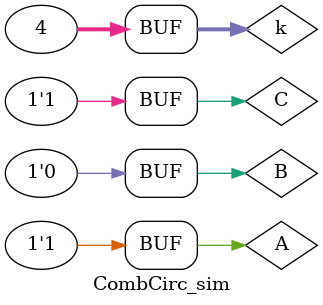
<source format=v>
`timescale 1ns / 1ps


module CombCirc_sim;

reg A;
reg B;
reg C;


CombCirc circ(
    .A(A),
    .B(B),
    .C(C),
    .X(X)
);

integer k = 0;

initial begin
    // Initialize Inputs
    A = 0;
    B = 0;
    C = 0;

    // Wait 100 ns for global reset to finish
    // Add stimulus here

    for(k = 0; k < 4; k=k+1)
    begin
        {A,C} = k;
        #5 B = 1;
        #5 B = 0;
        #5 ;
    end
end


endmodule

</source>
